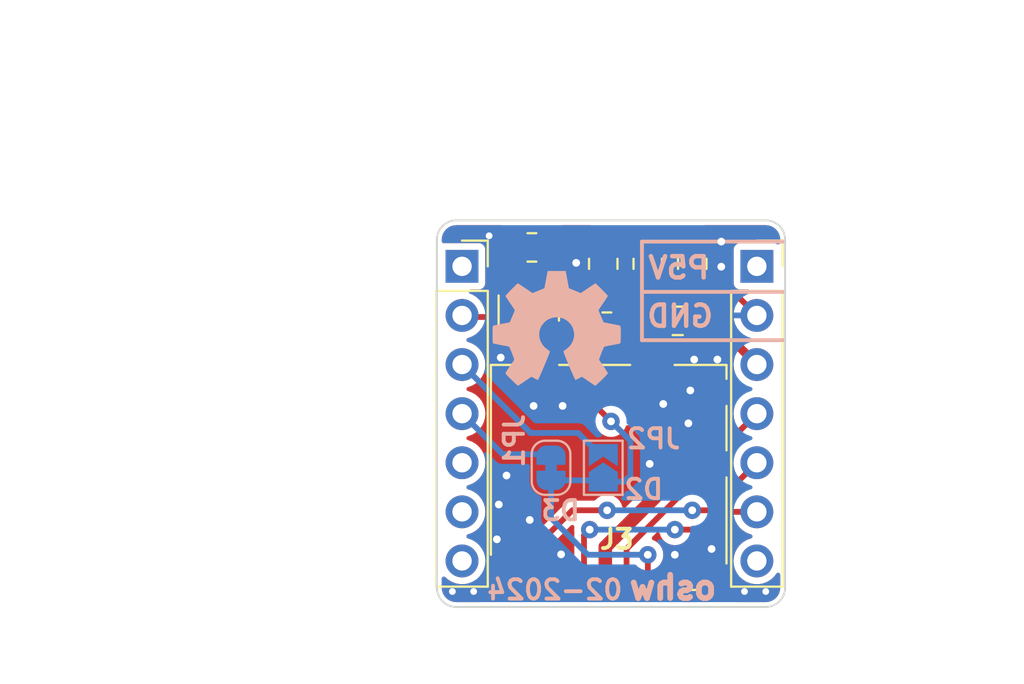
<source format=kicad_pcb>
(kicad_pcb (version 20221018) (generator pcbnew)
  (title_block (title "Xiao - uSD w/Power Switch") (date "2024-02-17") (rev "V1") (company "oshw"))
  (layers (0 "F.Cu" signal) (31 "B.Cu" signal) (34 "B.Paste" user) (35 "F.Paste" user) (36 "B.SilkS" user "B.Silkscreen") (37 "F.SilkS" user "F.Silkscreen") (38 "B.Mask" user) (39 "F.Mask" user) (44 "Edge.Cuts" user))
  (net 0 "")
  (net 1 "+5V")
  (net 2 "GND")
  (net 3 "+3.3V")
  (net 4 "MOSI")
  (net 5 "MISO")
  (net 6 "SCLK")
  (net 9 "Net-(J2-Pin_3)")
  (net 10 "Net-(J2-Pin_4)")
  (net 15 "CS_N")
  (net 17 "PWR_ENABLE_N")
  (net 20 "/SD_PWR_RAIL")
  (footprint "Connector_PinSocket_2.54mm:PinSocket_1x07_P2.54mm_Vertical" (layer "F.Cu") (at 151.3 71.38)
    (fp_text reference "J2" hide)
    (fp_text value "2.54mm")
    (fp_line (start -1.33 1.27) (end -1.33 16.57) (stroke (width 0.12)) (layer "F.SilkS"))
    (fp_line (start -1.33 1.27) (end 1.33 1.27) (stroke (width 0.12)) (layer "F.SilkS"))
    (fp_line (start -1.33 16.57) (end 1.33 16.57) (stroke (width 0.12)) (layer "F.SilkS"))
    (fp_line (start 0 -1.33) (end 1.33 -1.33) (stroke (width 0.12)) (layer "F.SilkS"))
    (fp_line (start 1.33 -1.33) (end 1.33 0) (stroke (width 0.12)) (layer "F.SilkS"))
    (fp_line (start 1.33 1.27) (end 1.33 16.57) (stroke (width 0.12)) (layer "F.SilkS"))
    (pad "1" thru_hole rect (at 0 0) (size 1.7 1.7) (drill 1) (layers "*.Cu" "*.Mask"))
    (pad "2" thru_hole oval (at 0 2.54) (size 1.7 1.7) (drill 1) (layers "*.Cu" "*.Mask") (net 17 "PWR_ENABLE_N"))
    (pad "3" thru_hole oval (at 0 5.08) (size 1.7 1.7) (drill 1) (layers "*.Cu" "*.Mask") (net 9 "Net-(J2-Pin_3)"))
    (pad "4" thru_hole oval (at 0 7.62) (size 1.7 1.7) (drill 1) (layers "*.Cu" "*.Mask") (net 10 "Net-(J2-Pin_4)"))
    (pad "5" thru_hole oval (at 0 10.16) (size 1.7 1.7) (drill 1) (layers "*.Cu" "*.Mask"))
    (pad "6" thru_hole oval (at 0 12.7) (size 1.7 1.7) (drill 1) (layers "*.Cu" "*.Mask"))
    (pad "7" thru_hole oval (at 0 15.24) (size 1.7 1.7) (drill 1) (layers "*.Cu" "*.Mask"))
  )
  (footprint "Capacitor_SMD:C_0805_2012Metric" (layer "F.Cu") (at 163.2 71.25 90)
    (fp_text reference "C1" hide)
    (fp_text value "1uF|0805")
    (fp_line (start -0.261252 -0.735) (end 0.261252 -0.735) (stroke (width 0.12)) (layer "F.SilkS"))
    (fp_line (start -0.261252 0.735) (end 0.261252 0.735) (stroke (width 0.12)) (layer "F.SilkS"))
    (pad "1" smd roundrect (at -0.95 0 90) (size 1 1.45) (layers "F.Cu" "F.Paste" "F.Mask") (net 3 "+3.3V"))
    (pad "2" smd roundrect (at 0.95 0 90) (size 1 1.45) (layers "F.Cu" "F.Paste" "F.Mask") (net 2 "GND"))
  )
  (footprint "Capacitor_SMD:C_0805_2012Metric" (layer "F.Cu") (at 158.6 71.25 90)
    (fp_text reference "C3" hide)
    (fp_text value "10uF|0805")
    (fp_line (start -0.261252 -0.735) (end 0.261252 -0.735) (stroke (width 0.12)) (layer "F.SilkS"))
    (fp_line (start -0.261252 0.735) (end 0.261252 0.735) (stroke (width 0.12)) (layer "F.SilkS"))
    (pad "1" smd roundrect (at -0.95 0 90) (size 1 1.45) (layers "F.Cu" "F.Paste" "F.Mask") (net 3 "+3.3V"))
    (pad "2" smd roundrect (at 0.95 0 90) (size 1 1.45) (layers "F.Cu" "F.Paste" "F.Mask") (net 2 "GND"))
  )
  (footprint "Package_TO_SOT_SMD:SOT-23" (layer "F.Cu") (at 154.75 73.5375 90)
    (fp_text reference "Q1" hide)
    (fp_text value "AO3401A")
    (fp_line (start 0 -1.56) (end -1.675 -1.56) (stroke (width 0.12)) (layer "F.SilkS"))
    (fp_line (start 0 -1.56) (end 0.65 -1.56) (stroke (width 0.12)) (layer "F.SilkS"))
    (fp_line (start 0 1.56) (end -0.65 1.56) (stroke (width 0.12)) (layer "F.SilkS"))
    (fp_line (start 0 1.56) (end 0.65 1.56) (stroke (width 0.12)) (layer "F.SilkS"))
    (pad "1" smd roundrect (at -0.9375 -0.95 90) (size 1.475 0.6) (layers "F.Cu" "F.Paste" "F.Mask") (net 17 "PWR_ENABLE_N"))
    (pad "2" smd roundrect (at -0.9375 0.95 90) (size 1.475 0.6) (layers "F.Cu" "F.Paste" "F.Mask") (net 3 "+3.3V"))
    (pad "3" smd roundrect (at 0.9375 0 90) (size 1.475 0.6) (layers "F.Cu" "F.Paste" "F.Mask") (net 20 "/SD_PWR_RAIL"))
  )
  (footprint "Connector_Card:microSD_HC_Molex_104031-0811" (layer "F.Cu") (at 158.9 82.3 180)
    (fp_text reference "J3" (at -0.4 -3.2) (layer "F.SilkS") (effects (font (thickness 0.2) bold)))
    (fp_text value "Molex|104031-0811")
    (fp_line (start -6.07 -4.45) (end -6.07 0) (stroke (width 0.12)) (layer "F.SilkS"))
    (fp_line (start -6.07 1.4) (end -6.07 3.7) (stroke (width 0.12)) (layer "F.SilkS"))
    (fp_line (start -6.07 5.1) (end -6.07 5.82) (stroke (width 0.12)) (layer "F.SilkS"))
    (fp_line (start -6.07 5.82) (end -3.39 5.82) (stroke (width 0.12)) (layer "F.SilkS"))
    (fp_line (start -4.59 -5.82) (end -3.73 -5.82) (stroke (width 0.12)) (layer "F.SilkS"))
    (fp_line (start -1.09 5.82) (end 2.58 5.82) (stroke (width 0.12)) (layer "F.SilkS"))
    (fp_line (start 4.88 5.82) (end 6.11 5.82) (stroke (width 0.12)) (layer "F.SilkS"))
    (fp_line (start 6.11 5.82) (end 6.11 -4) (stroke (width 0.12)) (layer "F.SilkS"))
    (pad "1" smd rect (at -3.105 -5.45 180) (size 0.85 1.1) (layers "F.Cu" "F.Paste" "F.Mask"))
    (pad "2" smd rect (at -2.005 -5.45 180) (size 0.85 1.1) (layers "F.Cu" "F.Paste" "F.Mask") (net 15 "CS_N"))
    (pad "3" smd rect (at -0.905 -5.45 180) (size 0.85 1.1) (layers "F.Cu" "F.Paste" "F.Mask") (net 4 "MOSI"))
    (pad "4" smd rect (at 0.195 -5.45 180) (size 0.85 1.1) (layers "F.Cu" "F.Paste" "F.Mask") (net 20 "/SD_PWR_RAIL"))
    (pad "5" smd rect (at 1.295 -5.45 180) (size 0.85 1.1) (layers "F.Cu" "F.Paste" "F.Mask") (net 6 "SCLK"))
    (pad "6" smd rect (at 2.395 -5.45 180) (size 0.85 1.1) (layers "F.Cu" "F.Paste" "F.Mask") (net 2 "GND"))
    (pad "7" smd rect (at 3.495 -5.45 180) (size 0.85 1.1) (layers "F.Cu" "F.Paste" "F.Mask") (net 5 "MISO"))
    (pad "8" smd rect (at 4.545 -5.45 180) (size 0.75 1.1) (layers "F.Cu" "F.Paste" "F.Mask"))
    (pad "9" smd rect (at -5.74 0.7 180) (size 1.2 1) (layers "F.Cu" "F.Paste" "F.Mask"))
    (pad "10" smd rect (at -5.74 4.4 180) (size 1.2 1) (layers "F.Cu" "F.Paste" "F.Mask"))
    (pad "11" smd rect (at -5.565 -5.325 180) (size 1.55 1.35) (layers "F.Cu" "F.Paste" "F.Mask") (net 2 "GND"))
    (pad "11" smd rect (at -2.24 5.375 180) (size 1.9 1.35) (layers "F.Cu" "F.Paste" "F.Mask") (net 2 "GND"))
    (pad "11" smd rect (at 3.73 5.375 180) (size 1.9 1.35) (layers "F.Cu" "F.Paste" "F.Mask") (net 2 "GND"))
    (pad "11" smd rect (at 5.755 -5.1 180) (size 1.17 1.8) (layers "F.Cu" "F.Paste" "F.Mask") (net 2 "GND"))
  )
  (footprint "Resistor_SMD:R_0805_2012Metric" (layer "F.Cu") (at 158.7875 74.5 180)
    (fp_text reference "R1" hide)
    (fp_text value "20K|0805")
    (fp_line (start -0.227064 -0.735) (end 0.227064 -0.735) (stroke (width 0.12)) (layer "F.SilkS"))
    (fp_line (start -0.227064 0.735) (end 0.227064 0.735) (stroke (width 0.12)) (layer "F.SilkS"))
    (pad "1" smd roundrect (at -0.9125 0 180) (size 1.025 1.4) (layers "F.Cu" "F.Paste" "F.Mask") (roundrect_rratio 0.243902439) (net 20 "/SD_PWR_RAIL"))
    (pad "2" smd roundrect (at 0.9125 0 180) (size 1.025 1.4) (layers "F.Cu" "F.Paste" "F.Mask") (roundrect_rratio 0.243902439) (net 15 "CS_N"))
  )
  (footprint "Capacitor_SMD:C_0805_2012Metric" (layer "F.Cu") (at 162.45 74.2)
    (fp_text reference "C2" hide)
    (fp_text value "1uF|0805")
    (fp_line (start -0.261252 -0.735) (end 0.261252 -0.735) (stroke (width 0.12)) (layer "F.SilkS"))
    (fp_line (start -0.261252 0.735) (end 0.261252 0.735) (stroke (width 0.12)) (layer "F.SilkS"))
    (pad "1" smd roundrect (at -0.95 0) (size 1 1.45) (layers "F.Cu" "F.Paste" "F.Mask") (net 20 "/SD_PWR_RAIL"))
    (pad "2" smd roundrect (at 0.95 0) (size 1 1.45) (layers "F.Cu" "F.Paste" "F.Mask") (net 2 "GND"))
  )
  (footprint "Resistor_SMD:R_0805_2012Metric" (layer "F.Cu") (at 154.9125 70.4 180)
    (fp_text reference "R2" hide)
    (fp_text value "20K|0805")
    (fp_line (start -0.227064 -0.735) (end 0.227064 -0.735) (stroke (width 0.12)) (layer "F.SilkS"))
    (fp_line (start -0.227064 0.735) (end 0.227064 0.735) (stroke (width 0.12)) (layer "F.SilkS"))
    (pad "1" smd roundrect (at -0.9125 0 180) (size 1.025 1.4) (layers "F.Cu" "F.Paste" "F.Mask") (roundrect_rratio 0.243902439) (net 3 "+3.3V"))
    (pad "2" smd roundrect (at 0.9125 0 180) (size 1.025 1.4) (layers "F.Cu" "F.Paste" "F.Mask") (roundrect_rratio 0.243902439) (net 17 "PWR_ENABLE_N"))
  )
  (footprint "Connector_PinSocket_2.54mm:PinSocket_1x07_P2.54mm_Vertical" (layer "F.Cu") (at 166.54 71.38)
    (fp_text reference "J1" hide)
    (fp_text value "2.54mm")
    (fp_line (start -1.33 1.27) (end -1.33 16.57) (stroke (width 0.12)) (layer "F.SilkS"))
    (fp_line (start -1.33 1.27) (end 1.33 1.27) (stroke (width 0.12)) (layer "F.SilkS"))
    (fp_line (start -1.33 16.57) (end 1.33 16.57) (stroke (width 0.12)) (layer "F.SilkS"))
    (fp_line (start 0 -1.33) (end 1.33 -1.33) (stroke (width 0.12)) (layer "F.SilkS"))
    (fp_line (start 1.33 -1.33) (end 1.33 0) (stroke (width 0.12)) (layer "F.SilkS"))
    (fp_line (start 1.33 1.27) (end 1.33 16.57) (stroke (width 0.12)) (layer "F.SilkS"))
    (pad "1" thru_hole rect (at 0 0) (size 1.7 1.7) (drill 1) (layers "*.Cu" "*.Mask") (net 1 "+5V"))
    (pad "2" thru_hole oval (at 0 2.54) (size 1.7 1.7) (drill 1) (layers "*.Cu" "*.Mask") (net 2 "GND"))
    (pad "3" thru_hole oval (at 0 5.08) (size 1.7 1.7) (drill 1) (layers "*.Cu" "*.Mask") (net 3 "+3.3V"))
    (pad "4" thru_hole oval (at 0 7.62) (size 1.7 1.7) (drill 1) (layers "*.Cu" "*.Mask") (net 4 "MOSI"))
    (pad "5" thru_hole oval (at 0 10.16) (size 1.7 1.7) (drill 1) (layers "*.Cu" "*.Mask") (net 5 "MISO"))
    (pad "6" thru_hole oval (at 0 12.7) (size 1.7 1.7) (drill 1) (layers "*.Cu" "*.Mask") (net 6 "SCLK"))
    (pad "7" thru_hole oval (at 0 15.24) (size 1.7 1.7) (drill 1) (layers "*.Cu" "*.Mask"))
  )
  (footprint "Capacitor_SMD:C_0805_2012Metric" (layer "F.Cu") (at 160.9 71.25 90)
    (fp_text reference "C4" hide)
    (fp_text value "10uF|0805")
    (fp_line (start -0.261252 -0.735) (end 0.261252 -0.735) (stroke (width 0.12)) (layer "F.SilkS"))
    (fp_line (start -0.261252 0.735) (end 0.261252 0.735) (stroke (width 0.12)) (layer "F.SilkS"))
    (pad "1" smd roundrect (at -0.95 0 90) (size 1 1.45) (layers "F.Cu" "F.Paste" "F.Mask") (net 3 "+3.3V"))
    (pad "2" smd roundrect (at 0.95 0 90) (size 1 1.45) (layers "F.Cu" "F.Paste" "F.Mask") (net 2 "GND"))
  )
  (footprint "Jumper:SolderJumper-2_P1.3mm_Bridged_RoundedPad1.0x1.5mm" (layer "B.Cu") (at 155.9 81.8 90)
    (fp_text reference "JP1" (at 1.4 -1.9 90) (layer "B.SilkS") (effects (font (thickness 0.2) bold) (justify mirror)))
    (fp_text value "JMP|NC")
    (fp_poly (pts (xy 0.25 0.3) (xy -0.25 0.3) (xy -0.25 -0.3) (xy 0.25 -0.3)) (fill solid) (layer "B.Cu"))
    (fp_line (start -1.4 -0.3) (end -1.4 0.3) (stroke (width 0.12)) (layer "B.SilkS"))
    (fp_line (start -0.7 1) (end 0.7 1) (stroke (width 0.12)) (layer "B.SilkS"))
    (fp_line (start 0.7 -1) (end -0.7 -1) (stroke (width 0.12)) (layer "B.SilkS"))
    (fp_line (start 1.4 0.3) (end 1.4 -0.3) (stroke (width 0.12)) (layer "B.SilkS"))
    (fp_arc (start -1.4 -0.3) (mid -1.194975 -0.794975) (end -0.7 -1) (stroke (width 0.12)) (layer "B.SilkS"))
    (fp_arc (start -0.7 1) (mid -1.194975 0.794975) (end -1.4 0.3) (stroke (width 0.12)) (layer "B.SilkS"))
    (fp_arc (start 0.7 -1) (mid 1.194975 -0.794975) (end 1.4 -0.3) (stroke (width 0.12)) (layer "B.SilkS"))
    (fp_arc (start 1.4 0.3) (mid 1.194975 0.794975) (end 0.7 1) (stroke (width 0.12)) (layer "B.SilkS"))
    (pad "1" smd custom (at -0.65 0 90) (size 1 0.5) (layers "B.Cu" "B.Mask") (net 15 "CS_N") (options (clearance outline) (anchor rect)) (primitives (gr_circle (center 0 -0.25) (end 0.5 -0.25) (width 0) (fill yes)) (gr_circle (center 0 0.25) (end 0.5 0.25) (width 0) (fill yes)) (gr_poly (pts (xy 0.5 -0.75) (xy 0 -0.75) (xy 0 0.75) (xy 0.5 0.75)) (width 0) (fill yes))))
    (pad "2" smd custom (at 0.65 0 90) (size 1 0.5) (layers "B.Cu" "B.Mask") (net 10 "Net-(J2-Pin_4)") (options (clearance outline) (anchor rect)) (primitives (gr_circle (center 0 -0.25) (end 0.5 -0.25) (width 0) (fill yes)) (gr_circle (center 0 0.25) (end 0.5 0.25) (width 0) (fill yes)) (gr_poly (pts (xy 0 -0.75) (xy -0.5 -0.75) (xy -0.5 0.75) (xy 0 0.75)) (width 0) (fill yes))))
  )
  (footprint "Symbol:OSHW-Symbol_6.7x6mm_SilkScreen" (layer "B.Cu") (at 156.2 74.6 180)
    (fp_text reference "REF**" hide)
    (fp_text value "OSHW-Symbol_6.7x6mm_SilkScreen" hide)
    (fp_poly (pts (xy 0.555814 2.531069) (xy 0.639635 2.086445) (xy 0.94892 1.958947) (xy 1.258206 1.831449) (xy 1.629246 2.083754) (xy 1.733157 2.154004) (xy 1.827087 2.216728) (xy 1.906652 2.269062) (xy 1.96747 2.308143) (xy 2.005157 2.331107) (xy 2.015421 2.336058) (xy 2.03391 2.323324) (xy 2.07342 2.288118) (xy 2.129522 2.234938) (xy 2.197787 2.168282) (xy 2.273786 2.092646) (xy 2.353092 2.012528) (xy 2.431275 1.932426) (xy 2.503907 1.856836) (xy 2.566559 1.790255) (xy 2.614803 1.737182) (xy 2.64421 1.702113) (xy 2.651241 1.690377) (xy 2.641123 1.66874) (xy 2.612759 1.621338) (xy 2.569129 1.552807) (xy 2.513218 1.467785) (xy 2.448006 1.370907) (xy 2.410219 1.31565) (xy 2.341343 1.214752) (xy 2.28014 1.123701) (xy 2.229578 1.04703) (xy 2.192628 0.989272) (xy 2.172258 0.954957) (xy 2.169197 0.947746) (xy 2.176136 0.927252) (xy 2.195051 0.879487) (xy 2.223087 0.811168) (xy 2.257391 0.729011) (xy 2.295109 0.63973) (xy 2.333387 0.550042) (xy 2.36937 0.466662) (xy 2.400206 0.396306) (xy 2.423039 0.34569) (xy 2.435017 0.321529) (xy 2.435724 0.320578) (xy 2.454531 0.315964) (xy 2.504618 0.305672) (xy 2.580793 0.290713) (xy 2.677865 0.272099) (xy 2.790643 0.250841) (xy 2.856442 0.238582) (xy 2.97695 0.215638) (xy 3.085797 0.193805) (xy 3.177476 0.174278) (xy 3.246481 0.158252) (xy 3.287304 0.146921) (xy 3.295511 0.143326) (xy 3.303548 0.118994) (xy 3.310033 0.064041) (xy 3.31497 -0.015108) (xy 3.318364 -0.112026) (xy 3.320218 -0.220287) (xy 3.320538 -0.333465) (xy 3.319327 -0.445135) (xy 3.31659 -0.548868) (xy 3.312331 -0.638241) (xy 3.306555 -0.706826) (xy 3.299267 -0.748197) (xy 3.294895 -0.75681) (xy 3.268764 -0.767133) (xy 3.213393 -0.781892) (xy 3.136107 -0.799352) (xy 3.04423 -0.81778) (xy 3.012158 -0.823741) (xy 2.857524 -0.852066) (xy 2.735375 -0.874876) (xy 2.641673 -0.89308) (xy 2.572384 -0.907583) (xy 2.523471 -0.919292) (xy 2.490897 -0.929115) (xy 2.470628 -0.937956) (xy 2.458626 -0.946724) (xy 2.456947 -0.948457) (xy 2.440184 -0.976371) (xy 2.414614 -1.030695) (xy 2.382788 -1.104777) (xy 2.34726 -1.191965) (xy 2.310583 -1.285608) (xy 2.275311 -1.379052) (xy 2.243996 -1.465647) (xy 2.219193 -1.53874) (xy 2.203454 -1.591678) (xy 2.199332 -1.617811) (xy 2.199676 -1.618726) (xy 2.213641 -1.640086) (xy 2.245322 -1.687084) (xy 2.291391 -1.754827) (xy 2.348518 -1.838423) (xy 2.413373 -1.932982) (xy 2.431843 -1.959854) (xy 2.497699 -2.057275) (xy 2.55565 -2.146163) (xy 2.602538 -2.221412) (xy 2.635207 -2.27792) (xy 2.6505 -2.310581) (xy 2.651241 -2.314593) (xy 2.638392 -2.335684) (xy 2.602888 -2.377464) (xy 2.549293 -2.435445) (xy 2.482171 -2.505135) (xy 2.406087 -2.582045) (xy 2.325604 -2.661683) (xy 2.245287 -2.739561) (xy 2.169699 -2.811186) (xy 2.103405 -2.87207) (xy 2.050969 -2.917721) (xy 2.016955 -2.94365) (xy 2.007545 -2.947883) (xy 1.985643 -2.937912) (xy 1.9408 -2.91102) (xy 1.880321 -2.871736) (xy 1.833789 -2.840117) (xy 1.749475 -2.782098) (xy 1.649626 -2.713784) (xy 1.549473 -2.645579) (xy 1.495627 -2.609075) (xy 1.313371 -2.4858) (xy 1.160381 -2.56852) (xy 1.090682 -2.604759) (xy 1.031414 -2.632926) (xy 0.991311 -2.648991) (xy 0.981103 -2.651226) (xy 0.968829 -2.634722) (xy 0.944613 -2.588082) (xy 0.910263 -2.515609) (xy 0.867588 -2.421606) (xy 0.818394 -2.310374) (xy 0.76449 -2.186215) (xy 0.707684 -2.053432) (xy 0.649782 -1.916327) (xy 0.592593 -1.779202) (xy 0.537924 -1.646358) (xy 0.487584 -1.522098) (xy 0.44338 -1.410725) (xy 0.407119 -1.316539) (xy 0.380609 -1.243844) (xy 0.365658 -1.196941) (xy 0.363254 -1.180833) (xy 0.382311 -1.160286) (xy 0.424036 -1.126933) (xy 0.479706 -1.087702) (xy 0.484378 -1.084599) (xy 0.628264 -0.969423) (xy 0.744283 -0.835053) (xy 0.83143 -0.685784) (xy 0.888699 -0.525913) (xy 0.915086 -0.359737) (xy 0.909585 -0.191552) (xy 0.87119 -0.025655) (xy 0.798895 0.133658) (xy 0.777626 0.168513) (xy 0.666996 0.309263) (xy 0.536302 0.422286) (xy 0.390064 0.506997) (xy 0.232808 0.562806) (xy 0.069057 0.589126) (xy -0.096667 0.58537) (xy -0.259838 0.55095) (xy -0.415935 0.485277) (xy -0.560433 0.387765) (xy -0.605131 0.348187) (xy -0.718888 0.224297) (xy -0.801782 0.093876) (xy -0.858644 -0.052315) (xy -0.890313 -0.197088) (xy -0.898131 -0.35986) (xy -0.872062 -0.52344) (xy -0.814755 -0.682298) (xy -0.728856 -0.830906) (xy -0.617014 -0.963735) (xy -0.481877 -1.075256) (xy -0.464117 -1.087011) (xy -0.40785 -1.125508) (xy -0.365077 -1.158863) (xy -0.344628 -1.18016) (xy -0.344331 -1.180833) (xy -0.348721 -1.203871) (xy -0.366124 -1.256157) (xy -0.394732 -1.33339) (xy -0.432735 -1.431268) (xy -0.478326 -1.545491) (xy -0.529697 -1.671758) (xy -0.585038 -1.805767) (xy -0.642542 -1.943218) (xy -0.700399 -2.079808) (xy -0.756802 -2.211237) (xy -0.809942 -2.333205) (xy -0.85801 -2.441409) (xy -0.899199 -2.531549) (xy -0.931699 -2.599323) (xy -0.953703 -2.64043) (xy -0.962564 -2.651226) (xy -0.98964 -2.642819) (xy -1.040303 -2.620272) (xy -1.105817 -2.587613) (xy -1.141841 -2.56852) (xy -1.294832 -2.4858) (xy -1.477088 -2.609075) (xy -1.570125 -2.672228) (xy -1.671985 -2.741727) (xy -1.767438 -2.807165) (xy -1.81525 -2.840117) (xy -1.882495 -2.885273) (xy -1.939436 -2.921057) (xy -1.978646 -2.942938) (xy -1.991381 -2.947563) (xy -2.009917 -2.935085) (xy -2.050941 -2.900252) (xy -2.110475 -2.846678) (xy -2.184542 -2.777983) (xy -2.269165 -2.697781) (xy -2.322685 -2.646286) (xy -2.416319 -2.554286) (xy -2.497241 -2.471999) (xy -2.562177 -2.402945) (xy -2.607858 -2.350644) (xy -2.631011 -2.318616) (xy -2.633232 -2.312116) (xy -2.622924 -2.287394) (xy -2.594439 -2.237405) (xy -2.550937 -2.167212) (xy -2.495577 -2.081875) (xy -2.43152 -1.986456) (xy -2.413303 -1.959854) (xy -2.346927 -1.863167) (xy -2.287378 -1.776117) (xy -2.237984 -1.703595) (xy -2.202075 -1.650493) (xy -2.182981 -1.621703) (xy -2.181136 -1.618726) (xy -2.183895 -1.595782) (xy -2.198538 -1.545336) (xy -2.222513 -1.474041) (xy -2.253266 -1.388547) (xy -2.288244 -1.295507) (xy -2.324893 -1.201574) (xy -2.360661 -1.113399) (xy -2.392994 -1.037634) (xy -2.419338 -0.980931) (xy -2.437142 -0.949943) (xy -2.438407 -0.948457) (xy -2.449294 -0.939601) (xy -2.467682 -0.930843) (xy -2.497606 -0.921277) (xy -2.543103 -0.909996) (xy -2.608209 -0.896093) (xy -2.696961 -0.878663) (xy -2.813393 -0.856798) (xy -2.961542 -0.829591) (xy -2.993618 -0.823741) (xy -3.088686 -0.805374) (xy -3.171565 -0.787405) (xy -3.23493 -0.771569) (xy -3.271458 -0.7596) (xy -3.276356 -0.75681) (xy -3.284427 -0.732072) (xy -3.290987 -0.67679) (xy -3.296033 -0.597389) (xy -3.299559 -0.500296) (xy -3.301561 -0.391938) (xy -3.302036 -0.27874) (xy -3.300977 -0.167128) (xy -3.298382 -0.063529) (xy -3.294246 0.025632) (xy -3.288563 0.093928) (xy -3.281331 0.134934) (xy -3.276971 0.143326) (xy -3.252698 0.151792) (xy -3.197426 0.165565) (xy -3.116662 0.18345) (xy -3.015912 0.204252) (xy -2.900683 0.226777) (xy -2.837902 0.238582) (xy -2.718787 0.260849) (xy -2.612565 0.281021) (xy -2.524427 0.298085) (xy -2.459566 0.311031) (xy -2.423174 0.318845) (xy -2.417184 0.320578) (xy -2.407061 0.34011) (xy -2.385662 0.387157) (xy -2.355839 0.454997) (xy -2.320445 0.536909) (xy -2.282332 0.626172) (xy -2.244353 0.716065) (xy -2.20936 0.799865) (xy -2.180206 0.870853) (xy -2.159743 0.922306) (xy -2.150823 0.947503) (xy -2.150657 0.948604) (xy -2.160769 0.968481) (xy -2.189117 1.014223) (xy -2.232723 1.081283) (xy -2.288606 1.165116) (xy -2.353787 1.261174) (xy -2.391679 1.31635) (xy -2.460725 1.417519) (xy -2.52205 1.50937) (xy -2.572663 1.587256) (xy -2.609571 1.646531) (xy -2.629782 1.682549) (xy -2.632701 1.690623) (xy -2.620153 1.709416) (xy -2.585463 1.749543) (xy -2.533063 1.806507) (xy -2.467384 1.875815) (xy -2.392856 1.952969) (xy -2.313913 2.033475) (xy -2.234983 2.112837) (xy -2.1605 2.18656) (xy -2.094894 2.250148) (xy -2.042596 2.299106) (xy -2.008039 2.328939) (xy -1.996478 2.336058) (xy -1.977654 2.326047) (xy -1.932631 2.297922) (xy -1.865787 2.254546) (xy -1.781499 2.198782) (xy -1.684144 2.133494) (xy -1.610707 2.083754) (xy -1.239667 1.831449) (xy -0.621095 2.086445) (xy -0.537275 2.531069) (xy -0.453454 2.975693) (xy 0.471994 2.975693) (xy 0.555814 2.531069)) (stroke (width 0.01)) (fill solid) (layer "B.SilkS"))
  )
  (footprint "Jumper:SolderJumper-2_P1.3mm_Open_TrianglePad1.0x1.5mm" (layer "B.Cu") (at 158.6 81.8 90)
    (fp_text reference "JP2" (at 1.5 2.6 180) (layer "B.SilkS") (effects (font (thickness 0.2) bold) (justify mirror)))
    (fp_text value "JMP|NC")
    (fp_line (start -1.4 -1) (end -1.4 1) (stroke (width 0.12)) (layer "B.SilkS"))
    (fp_line (start -1.4 1) (end 1.4 1) (stroke (width 0.12)) (layer "B.SilkS"))
    (fp_line (start 1.4 -1) (end -1.4 -1) (stroke (width 0.12)) (layer "B.SilkS"))
    (fp_line (start 1.4 1) (end 1.4 -1) (stroke (width 0.12)) (layer "B.SilkS"))
    (pad "1" smd custom (at -0.725 0 90) (size 0.3 0.3) (layers "B.Cu" "B.Mask") (net 15 "CS_N") (options (clearance outline) (anchor rect)) (primitives (gr_poly (pts (xy 1 0) (xy 0.5 -0.75) (xy -0.5 -0.75) (xy -0.5 0.75) (xy 0.5 0.75)) (width 0) (fill yes))))
    (pad "2" smd custom (at 0.725 0 90) (size 0.3 0.3) (layers "B.Cu" "B.Mask") (net 9 "Net-(J2-Pin_3)") (options (clearance outline) (anchor rect)) (primitives (gr_poly (pts (xy 0.5 -0.75) (xy -0.65 -0.75) (xy -0.15 0) (xy -0.65 0.75) (xy 0.5 0.75)) (width 0) (fill yes))))
  )
  (gr_line (start 167.9 72.7) (end 160.6 72.7) (stroke (width 0.2)) (layer "B.SilkS"))
  (gr_line (start 167.9 75.2) (end 160.6 75.2) (stroke (width 0.2)) (layer "B.SilkS"))
  (gr_line (start 160.6 70.1) (end 160.6 75.2) (stroke (width 0.2)) (layer "B.SilkS"))
  (gr_line (start 167.9 70.1) (end 160.6 70.1) (stroke (width 0.2)) (layer "B.SilkS"))
  (gr_line (start 151 69) (end 167 69) (stroke (width 0.1)) (layer "Edge.Cuts"))
  (gr_arc (start 150 70) (mid 150.292893 69.292893) (end 151 69) (stroke (width 0.1)) (layer "Edge.Cuts"))
  (gr_arc (start 167 69) (mid 167.707107 69.292893) (end 168 70) (stroke (width 0.1)) (layer "Edge.Cuts"))
  (gr_line (start 167 89) (end 151 89) (stroke (width 0.1)) (layer "Edge.Cuts"))
  (gr_arc (start 151 89) (mid 150.292893 88.707107) (end 150 88) (stroke (width 0.1)) (layer "Edge.Cuts"))
  (gr_line (start 150 70) (end 150 88) (stroke (width 0.1)) (layer "Edge.Cuts"))
  (gr_line (start 168 88) (end 168 70) (stroke (width 0.1)) (layer "Edge.Cuts"))
  (gr_arc (start 168 88) (mid 167.707107 88.707107) (end 167 89) (stroke (width 0.1)) (layer "Edge.Cuts"))
  (gr_text "P5V" (at 164.2 72.1) (layer "B.SilkS") (effects (font (size 1.1 1.1) (thickness 0.23) bold) (justify left bottom mirror)))
  (gr_text "D3" (at 157.5 84.6) (layer "B.SilkS") (effects (font (size 1 1) (thickness 0.2) bold) (justify left bottom mirror)))
  (gr_text "D2" (at 161.8 83.5) (layer "B.SilkS") (effects (font (size 1 1) (thickness 0.2) bold) (justify left bottom mirror)))
  (gr_text "GND" (at 164.4 74.6) (layer "B.SilkS") (effects (font (size 1.1 1.1) (thickness 0.23) bold) (justify left bottom mirror)))
  (gr_text "02-2024" (at 159.7 88.7) (layer "B.SilkS") (effects (font (size 1 1) (thickness 0.2) bold) (justify left bottom mirror)))
  (gr_text "oshw" (at 164.6 88.7) (layer "B.SilkS") (effects (font (size 1.2 1.2) (thickness 0.3) bold) (justify left bottom mirror)))
  (segment (start 166.54 73.92) (end 164.7 72.08) (width 0.3) (layer "F.Cu") (net 2))
  (segment (start 156.505 86.36395) (end 156.505 87.75) (width 0.7) (layer "F.Cu") (net 2))
  (segment (start 158.6 70.3) (end 163.2 70.3) (width 0.3) (layer "F.Cu") (net 2))
  (segment (start 164.7 72.08) (end 164.7 71.4) (width 0.3) (layer "F.Cu") (net 2))
  (segment (start 156.420525 86.279475) (end 156.505 86.36395) (width 0.7) (layer "F.Cu") (net 2))
  (via (at 167 88.2) (size 0.8) (drill 0.35) (layers "F.Cu" "B.Cu") (net 2))
  (via (at 153.3 76.1) (size 0.9) (drill 0.4) (layers "F.Cu" "B.Cu") (net 2))
  (via (at 157.2 71.2) (size 0.9) (drill 0.4) (layers "F.Cu" "B.Cu") (net 2))
  (via (at 156.420525 86.279475) (size 0.9) (drill 0.4) (layers "F.Cu" "B.Cu") (net 2))
  (via (at 153.2 83.7) (size 0.9) (drill 0.4) (layers "F.Cu" "B.Cu") (net 2))
  (via (at 163.1 77.8) (size 0.9) (drill 0.4) (layers "F.Cu" "B.Cu") (net 2))
  (via (at 152.7 69.8) (size 0.8) (drill 0.35) (layers "F.Cu" "B.Cu") (net 2))
  (via (at 161 81.6) (size 0.9) (drill 0.4) (layers "F.Cu" "B.Cu") (net 2))
  (via (at 161.7 78.5) (size 0.9) (drill 0.4) (layers "F.Cu" "B.Cu") (net 2))
  (via (at 164.5 76.2) (size 0.9) (drill 0.4) (layers "F.Cu" "B.Cu") (net 2))
  (via (at 162.3 86.3) (size 0.9) (drill 0.4) (layers "F.Cu" "B.Cu") (net 2))
  (via (at 156.5 78.6) (size 0.9) (drill 0.4) (layers "F.Cu" "B.Cu") (net 2))
  (via (at 163 79.5) (size 0.9) (drill 0.4) (layers "F.Cu" "B.Cu") (net 2))
  (via (at 164.7 71.4) (size 0.9) (drill 0.4) (layers "F.Cu" "B.Cu") (net 2))
  (via (at 153.1 85.5) (size 0.9) (drill 0.4) (layers "F.Cu" "B.Cu") (net 2))
  (via (at 150.8 88.2) (size 0.8) (drill 0.35) (layers "F.Cu" "B.Cu") (net 2))
  (via (at 164.7 70.1) (size 0.9) (drill 0.4) (layers "F.Cu" "B.Cu") (net 2))
  (via (at 155 78.6) (size 0.9) (drill 0.4) (layers "F.Cu" "B.Cu") (net 2))
  (via (at 154.8 84.5) (size 0.9) (drill 0.4) (layers "F.Cu" "B.Cu") (net 2))
  (via (at 165.9 88.2) (size 0.8) (drill 0.35) (layers "F.Cu" "B.Cu") (net 2))
  (via (at 151.9 88.2) (size 0.8) (drill 0.35) (layers "F.Cu" "B.Cu") (net 2))
  (via (at 163.3 76.2) (size 0.9) (drill 0.4) (layers "F.Cu" "B.Cu") (net 2))
  (via (at 153.6 82.2) (size 0.9) (drill 0.4) (layers "F.Cu" "B.Cu") (net 2))
  (via (at 164.2 86) (size 0.9) (drill 0.4) (layers "F.Cu" "B.Cu") (net 2))
  (segment (start 155.7 70.525) (end 155.825 70.4) (width 0.3) (layer "F.Cu") (net 3))
  (segment (start 155.825 70.4) (end 155.825 72.125) (width 0.3) (layer "F.Cu") (net 3))
  (segment (start 158.6 72.2) (end 158.4 72.4) (width 0.45) (layer "F.Cu") (net 3))
  (segment (start 163.2 72.2) (end 163.5 72.2) (width 0.3) (layer "F.Cu") (net 3))
  (segment (start 155.825 72.125) (end 156.275 72.575) (width 0.3) (layer "F.Cu") (net 3))
  (segment (start 156.45 72.4) (end 156.275 72.575) (width 0.45) (layer "F.Cu") (net 3))
  (segment (start 155.7 73.15) (end 155.7 74.475) (width 0.45) (layer "F.Cu") (net 3))
  (segment (start 166.54 76.46) (end 164.7 74.62) (width 0.45) (layer "F.Cu") (net 3))
  (segment (start 164.7 73.4) (end 163.5 72.2) (width 0.45) (layer "F.Cu") (net 3))
  (segment (start 164.7 74.62) (end 164.7 73.4) (width 0.45) (layer "F.Cu") (net 3))
  (segment (start 156.275 72.575) (end 155.7 73.15) (width 0.45) (layer "F.Cu") (net 3))
  (segment (start 160.9 72.2) (end 163.2 72.2) (width 0.45) (layer "F.Cu") (net 3))
  (segment (start 158.4 72.4) (end 156.45 72.4) (width 0.45) (layer "F.Cu") (net 3))
  (segment (start 160.9 72.2) (end 158.6 72.2) (width 0.45) (layer "F.Cu") (net 3))
  (segment (start 163.8 80.3) (end 165.24 80.3) (width 0.3) (layer "F.Cu") (net 4))
  (segment (start 159.805 87.75) (end 159.805 85.995) (width 0.3) (layer "F.Cu") (net 4))
  (segment (start 165.24 80.3) (end 166.54 79) (width 0.3) (layer "F.Cu") (net 4))
  (segment (start 163.3 82.5) (end 163.3 80.8) (width 0.3) (layer "F.Cu") (net 4))
  (segment (start 163.3 80.8) (end 163.8 80.3) (width 0.3) (layer "F.Cu") (net 4))
  (segment (start 159.805 85.995) (end 163.3 82.5) (width 0.3) (layer "F.Cu") (net 4))
  (segment (start 164.08 84) (end 166.54 81.54) (width 0.3) (layer "F.Cu") (net 5))
  (segment (start 155.405 85.595) (end 155.405 87.75) (width 0.3) (layer "F.Cu") (net 5))
  (segment (start 158.8 84) (end 157 84) (width 0.3) (layer "F.Cu") (net 5))
  (segment (start 157 84) (end 155.405 85.595) (width 0.3) (layer "F.Cu") (net 5))
  (segment (start 163.2 84) (end 164.08 84) (width 0.3) (layer "F.Cu") (net 5))
  (via (at 163.2 84) (size 0.9) (drill 0.4) (layers "F.Cu" "B.Cu") (net 5))
  (via (at 158.8 84) (size 0.9) (drill 0.4) (layers "F.Cu" "B.Cu") (net 5))
  (segment (start 158.8 84) (end 163.2 84) (width 0.3) (layer "B.Cu") (net 5))
  (segment (start 164.2 85) (end 165.12 84.08) (width 0.3) (layer "F.Cu") (net 6))
  (segment (start 157.9 85) (end 157.605 85.295) (width 0.3) (layer "F.Cu") (net 6))
  (segment (start 162.3 85) (end 164.2 85) (width 0.3) (layer "F.Cu") (net 6))
  (segment (start 165.12 84.08) (end 166.54 84.08) (width 0.3) (layer "F.Cu") (net 6))
  (segment (start 157.605 85.295) (end 157.605 87.75) (width 0.3) (layer "F.Cu") (net 6))
  (via (at 162.3 85) (size 0.9) (drill 0.4) (layers "F.Cu" "B.Cu") (net 6))
  (via (at 157.9 85) (size 0.9) (drill 0.4) (layers "F.Cu" "B.Cu") (net 6))
  (segment (start 157.9 85) (end 162.3 85) (width 0.3) (layer "B.Cu") (net 6))
  (segment (start 154.84 80) (end 151.3 76.46) (width 0.3) (layer "B.Cu") (net 9))
  (segment (start 158.6 81.075) (end 158.375 81.075) (width 0.3) (layer "B.Cu") (net 9))
  (segment (start 157.3 80) (end 154.84 80) (width 0.3) (layer "B.Cu") (net 9))
  (segment (start 158.375 81.075) (end 157.3 80) (width 0.3) (layer "B.Cu") (net 9))
  (segment (start 155.9 81.15) (end 155.85 81.1) (width 0.3) (layer "B.Cu") (net 10))
  (segment (start 153.4 81.1) (end 151.3 79) (width 0.3) (layer "B.Cu") (net 10))
  (segment (start 155.85 81.1) (end 153.4 81.1) (width 0.3) (layer "B.Cu") (net 10))
  (segment (start 160.905 87.75) (end 160.905 86.305) (width 0.3) (layer "F.Cu") (net 15))
  (segment (start 159 79.4) (end 157.875 78.275) (width 0.3) (layer "F.Cu") (net 15))
  (segment (start 157.875 78.275) (end 157.875 74.5) (width 0.3) (layer "F.Cu") (net 15))
  (segment (start 160.905 86.305) (end 160.9 86.3) (width 0.3) (layer "F.Cu") (net 15))
  (via (at 160.9 86.3) (size 0.9) (drill 0.4) (layers "F.Cu" "B.Cu") (net 15))
  (via (at 159 79.4) (size 0.9) (drill 0.4) (layers "F.Cu" "B.Cu") (net 15))
  (segment (start 160 80.4) (end 160 82.2) (width 0.3) (layer "B.Cu") (net 15))
  (segment (start 159 79.4) (end 160 80.4) (width 0.3) (layer "B.Cu") (net 15))
  (segment (start 155.9 82.45) (end 158.525 82.45) (width 0.3) (layer "B.Cu") (net 15))
  (segment (start 160 82.2) (end 159.675 82.525) (width 0.3) (layer "B.Cu") (net 15))
  (segment (start 158.525 82.45) (end 158.6 82.525) (width 0.3) (layer "B.Cu") (net 15))
  (segment (start 158.825 82.3) (end 158.6 82.525) (width 0.3) (layer "B.Cu") (net 15))
  (segment (start 157.8 86.3) (end 155.9 84.4) (width 0.3) (layer "B.Cu") (net 15))
  (segment (start 160.9 86.3) (end 157.8 86.3) (width 0.3) (layer "B.Cu") (net 15))
  (segment (start 159.675 82.525) (end 158.6 82.525) (width 0.3) (layer "B.Cu") (net 15))
  (segment (start 155.9 84.4) (end 155.9 82.45) (width 0.3) (layer "B.Cu") (net 15))
  (segment (start 153.175 74.475) (end 152.7 74) (width 0.3) (layer "F.Cu") (net 17))
  (segment (start 151.38 74) (end 151.3 73.92) (width 0.3) (layer "F.Cu") (net 17))
  (segment (start 153.8 74.475) (end 153.175 74.475) (width 0.3) (layer "F.Cu") (net 17))
  (segment (start 152.7 74) (end 151.38 74) (width 0.3) (layer "F.Cu") (net 17))
  (segment (start 153.8 70.6) (end 153.8 74.475) (width 0.3) (layer "F.Cu") (net 17))
  (segment (start 154 70.4) (end 153.8 70.6) (width 0.3) (layer "F.Cu") (net 17))
  (segment (start 159.4 73.2) (end 159.7 73.5) (width 0.3) (layer "F.Cu") (net 20))
  (segment (start 161.2 74.5) (end 161.5 74.2) (width 0.7) (layer "F.Cu") (net 20))
  (segment (start 154.75 75.35) (end 155.1 75.7) (width 0.3) (layer "F.Cu") (net 20))
  (segment (start 159.2 77.9) (end 159.2 75.6) (width 0.7) (layer "F.Cu") (net 20))
  (segment (start 155.1 75.7) (end 156.5 75.7) (width 0.3) (layer "F.Cu") (net 20))
  (segment (start 158.705 85.895) (end 162.3 82.3) (width 0.7) (layer "F.Cu") (net 20))
  (segment (start 159.2 75.6) (end 159.7 75.1) (width 0.7) (layer "F.Cu") (net 20))
  (segment (start 159.7 75.1) (end 159.7 74.5) (width 0.7) (layer "F.Cu") (net 20))
  (segment (start 157 73.2) (end 159.4 73.2) (width 0.3) (layer "F.Cu") (net 20))
  (segment (start 162.3 81) (end 159.2 77.9) (width 0.7) (layer "F.Cu") (net 20))
  (segment (start 156.7 73.5) (end 157 73.2) (width 0.3) (layer "F.Cu") (net 20))
  (segment (start 156.7 75.5) (end 156.7 73.5) (width 0.3) (layer "F.Cu") (net 20))
  (segment (start 158.705 87.75) (end 158.705 85.895) (width 0.7) (layer "F.Cu") (net 20))
  (segment (start 162.3 82.3) (end 162.3 81) (width 0.7) (layer "F.Cu") (net 20))
  (segment (start 159.7 74.5) (end 161.2 74.5) (width 0.7) (layer "F.Cu") (net 20))
  (segment (start 154.75 72.6) (end 154.75 75.35) (width 0.3) (layer "F.Cu") (net 20))
  (segment (start 159.7 73.5) (end 159.7 74.5) (width 0.3) (layer "F.Cu") (net 20))
  (segment (start 156.5 75.7) (end 156.7 75.5) (width 0.3) (layer "F.Cu") (net 20))
  (zone (net 2) (net_name "GND") (layer "F.Cu") (connect_pads (clearance 0.35)) (min_thickness 0.22) (fill yes (thermal_gap 0.35) (thermal_bridge_width 0.3) (smoothing fillet) (radius 0.15))
    (polygon (pts (xy 146 67) (xy 171 67) (xy 171 92) (xy 146 92)))
  )
  (zone (net 2) (net_name "GND") (layer "B.Cu") (connect_pads (clearance 0.35)) (min_thickness 0.22) (fill yes (thermal_gap 0.35) (thermal_bridge_width 0.3) (smoothing fillet) (radius 0.15))
    (polygon (pts (xy 147 68) (xy 172 68) (xy 172 93) (xy 147 93)))
  )
)
</source>
